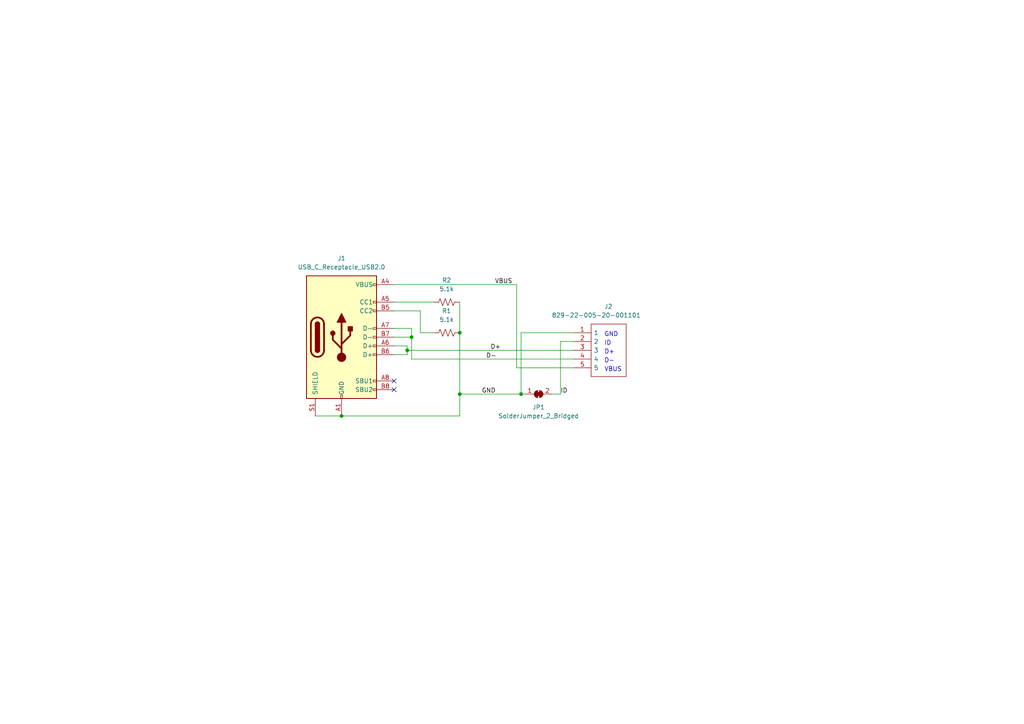
<source format=kicad_sch>
(kicad_sch (version 20211123) (generator eeschema)
  (paper "A4")
  (lib_symbols
    (symbol "829-22-005-20-001101 Pogo:829-22-005-20-001101" (pin_names (offset 0.762))
      (property "Reference" "J" (at 16.51 7.62 0))
      (property "Value" "829-22-005-20-001101" (at 16.51 5.08 0))
      (symbol "829-22-005-20-001101_0_0"
        (pin passive line (at 0 0 0) (length 5.08) (name "1") (number "1"))
        (pin passive line (at 0 -2.54 0) (length 5.08) (name "2") (number "2"))
        (pin passive line (at 0 -5.08 0) (length 5.08) (name "3") (number "3"))
        (pin passive line (at 0 -7.62 0) (length 5.08) (name "4") (number "4"))
        (pin passive line (at 0 -10.16 0) (length 5.08) (name "5") (number "5"))
      )
      (symbol "829-22-005-20-001101_0_1"
        (polyline (pts (xy 5.08 2.54) (xy 15.24 2.54) (xy 15.24 -12.7) (xy 5.08 -12.7) (xy 5.08 2.54)) (stroke (width 0.1524)))
      )
    )
    (symbol "Connector:USB_C_Receptacle_USB2.0" (pin_names (offset 1.016))
      (property "Reference" "J" (at -10.16 19.05 0))
      (property "Value" "USB_C_Receptacle_USB2.0" (at 19.05 19.05 0))
      (symbol "USB_C_Receptacle_USB2.0_0_0"
        (rectangle (start -0.254 -17.78) (end 0.254 -16.764))
        (rectangle (start 10.16 -14.986) (end 9.144 -15.494))
        (rectangle (start 10.16 -12.446) (end 9.144 -12.954))
        (rectangle (start 10.16 -4.826) (end 9.144 -5.334))
        (rectangle (start 10.16 -2.286) (end 9.144 -2.794))
        (rectangle (start 10.16 0.254) (end 9.144 -0.254))
        (rectangle (start 10.16 2.794) (end 9.144 2.286))
        (rectangle (start 10.16 7.874) (end 9.144 7.366))
        (rectangle (start 10.16 10.414) (end 9.144 9.906))
        (rectangle (start 10.16 15.494) (end 9.144 14.986))
      )
      (symbol "USB_C_Receptacle_USB2.0_0_1"
        (rectangle (start -10.16 17.78) (end 10.16 -17.78) (stroke (width 0.254)) (fill (type background)))
        (arc (start -8.89 -3.81) (mid -6.985 -5.715) (end -5.08 -3.81) (stroke (width 0.508)))
        (arc (start -7.62 -3.81) (mid -6.985 -4.445) (end -6.35 -3.81) (stroke (width 0.254)))
        (arc (start -7.62 -3.81) (mid -6.985 -4.445) (end -6.35 -3.81) (stroke (width 0.254)) (fill (type outline)))
        (rectangle (start -7.62 -3.81) (end -6.35 3.81) (stroke (width 0.254)) (fill (type outline)))
        (arc (start -6.35 3.81) (mid -6.985 4.445) (end -7.62 3.81) (stroke (width 0.254)))
        (arc (start -6.35 3.81) (mid -6.985 4.445) (end -7.62 3.81) (stroke (width 0.254)) (fill (type outline)))
        (arc (start -5.08 3.81) (mid -6.985 5.715) (end -8.89 3.81) (stroke (width 0.508)))
        (circle (center -2.54 1.143) (radius 0.635) (stroke (width 0.254)) (fill (type outline)))
        (circle (center 0 -5.842) (radius 1.27) (fill (type outline)))
        (polyline (pts (xy -8.89 -3.81) (xy -8.89 3.81)) (stroke (width 0.508)))
        (polyline (pts (xy -5.08 3.81) (xy -5.08 -3.81)) (stroke (width 0.508)))
        (polyline (pts (xy 0 -5.842) (xy 0 4.318)) (stroke (width 0.508)))
        (polyline (pts (xy 0 -3.302) (xy -2.54 -0.762) (xy -2.54 0.508)) (stroke (width 0.508)))
        (polyline (pts (xy 0 -2.032) (xy 2.54 0.508) (xy 2.54 1.778)) (stroke (width 0.508)))
        (polyline (pts (xy -1.27 4.318) (xy 0 6.858) (xy 1.27 4.318) (xy -1.27 4.318)) (stroke (width 0.254)) (fill (type outline)))
        (rectangle (start 1.905 1.778) (end 3.175 3.048) (stroke (width 0.254)) (fill (type outline)))
      )
      (symbol "USB_C_Receptacle_USB2.0_1_1"
        (pin passive line (at 0 -22.86 90) (length 5.08) (name "GND") (number "A1"))
        (pin passive line (at 0 -22.86 90) (length 5.08) hide (name "GND") (number "A12"))
        (pin passive line (at 15.24 15.24 180) (length 5.08) (name "VBUS") (number "A4"))
        (pin bidirectional line (at 15.24 10.16 180) (length 5.08) (name "CC1") (number "A5"))
        (pin bidirectional line (at 15.24 -2.54 180) (length 5.08) (name "D+") (number "A6"))
        (pin bidirectional line (at 15.24 2.54 180) (length 5.08) (name "D-") (number "A7"))
        (pin bidirectional line (at 15.24 -12.7 180) (length 5.08) (name "SBU1") (number "A8"))
        (pin passive line (at 15.24 15.24 180) (length 5.08) hide (name "VBUS") (number "A9"))
        (pin passive line (at 0 -22.86 90) (length 5.08) hide (name "GND") (number "B1"))
        (pin passive line (at 0 -22.86 90) (length 5.08) hide (name "GND") (number "B12"))
        (pin passive line (at 15.24 15.24 180) (length 5.08) hide (name "VBUS") (number "B4"))
        (pin bidirectional line (at 15.24 7.62 180) (length 5.08) (name "CC2") (number "B5"))
        (pin bidirectional line (at 15.24 -5.08 180) (length 5.08) (name "D+") (number "B6"))
        (pin bidirectional line (at 15.24 0 180) (length 5.08) (name "D-") (number "B7"))
        (pin bidirectional line (at 15.24 -15.24 180) (length 5.08) (name "SBU2") (number "B8"))
        (pin passive line (at 15.24 15.24 180) (length 5.08) hide (name "VBUS") (number "B9"))
        (pin passive line (at -7.62 -22.86 90) (length 5.08) (name "SHIELD") (number "S1"))
      )
    )
    (symbol "Device:R_US" (pin_numbers hide) (pin_names (offset 0))
      (property "Reference" "R" (at 2.54 0 90))
      (property "Value" "R_US" (at -2.54 0 90))
      (symbol "R_US_0_1"
        (polyline (pts (xy 0 -2.286) (xy 0 -2.54)))
        (polyline (pts (xy 0 2.286) (xy 0 2.54)))
        (polyline (pts (xy 0 -0.762) (xy 1.016 -1.143) (xy 0 -1.524) (xy -1.016 -1.905) (xy 0 -2.286)))
        (polyline (pts (xy 0 0.762) (xy 1.016 0.381) (xy 0 0) (xy -1.016 -0.381) (xy 0 -0.762)))
        (polyline (pts (xy 0 2.286) (xy 1.016 1.905) (xy 0 1.524) (xy -1.016 1.143) (xy 0 0.762)))
      )
      (symbol "R_US_1_1"
        (pin passive line (at 0 3.81 270) (length 1.27) (name "~") (number "1"))
        (pin passive line (at 0 -3.81 90) (length 1.27) (name "~") (number "2"))
      )
    )
    (symbol "Jumper:SolderJumper_2_Bridged" (pin_names (offset 0) hide)
      (property "Reference" "JP" (at 0 2.032 0))
      (property "Value" "SolderJumper_2_Bridged" (at 0 -2.54 0))
      (symbol "SolderJumper_2_Bridged_0_1"
        (rectangle (start -0.508 0.508) (end 0.508 -0.508) (fill (type outline)))
        (arc (start -0.254 1.016) (mid -1.27 0) (end -0.254 -1.016))
        (arc (start -0.254 1.016) (mid -1.27 0) (end -0.254 -1.016) (fill (type outline)))
        (polyline (pts (xy -0.254 1.016) (xy -0.254 -1.016)))
        (polyline (pts (xy 0.254 1.016) (xy 0.254 -1.016)))
        (arc (start 0.254 -1.016) (mid 1.27 0) (end 0.254 1.016))
        (arc (start 0.254 -1.016) (mid 1.27 0) (end 0.254 1.016) (fill (type outline)))
      )
      (symbol "SolderJumper_2_Bridged_1_1"
        (pin passive line (at -3.81 0 0) (length 2.54) (name "A") (number "1"))
        (pin passive line (at 3.81 0 180) (length 2.54) (name "B") (number "2"))
      )
    )
  )
  (junction (at 119.38 97.79))
  (junction (at 151.13 114.3))
  (junction (at 133.35 114.3))
  (junction (at 133.35 96.52))
  (junction (at 99.06 120.65))
  (junction (at 118.11 101.6))
  (no_connect (at 114.3 110.49))
  (no_connect (at 114.3 113.03))
  (wire (pts (xy 133.35 114.3) (xy 133.35 120.65)))
  (wire (pts (xy 133.35 87.63) (xy 133.35 96.52)))
  (wire (pts (xy 162.56 99.06) (xy 162.56 114.3)))
  (wire (pts (xy 151.13 114.3) (xy 152.4 114.3)))
  (wire (pts (xy 119.38 97.79) (xy 119.38 104.14)))
  (wire (pts (xy 133.35 96.52) (xy 133.35 114.3)))
  (wire (pts (xy 119.38 95.25) (xy 119.38 97.79)))
  (wire (pts (xy 121.92 90.17) (xy 121.92 96.52)))
  (wire (pts (xy 114.3 90.17) (xy 121.92 90.17)))
  (wire (pts (xy 160.02 114.3) (xy 162.56 114.3)))
  (wire (pts (xy 133.35 114.3) (xy 151.13 114.3)))
  (wire (pts (xy 119.38 104.14) (xy 166.37 104.14)))
  (wire (pts (xy 121.92 96.52) (xy 125.73 96.52)))
  (wire (pts (xy 99.06 120.65) (xy 133.35 120.65)))
  (wire (pts (xy 114.3 87.63) (xy 125.73 87.63)))
  (wire (pts (xy 114.3 100.33) (xy 118.11 100.33)))
  (wire (pts (xy 149.86 106.68) (xy 166.37 106.68)))
  (wire (pts (xy 118.11 101.6) (xy 166.37 101.6)))
  (wire (pts (xy 151.13 96.52) (xy 166.37 96.52)))
  (wire (pts (xy 114.3 95.25) (xy 119.38 95.25)))
  (wire (pts (xy 91.44 120.65) (xy 99.06 120.65)))
  (wire (pts (xy 114.3 97.79) (xy 119.38 97.79)))
  (wire (pts (xy 114.3 102.87) (xy 118.11 102.87)))
  (wire (pts (xy 118.11 102.87) (xy 118.11 101.6)))
  (wire (pts (xy 151.13 96.52) (xy 151.13 114.3)))
  (wire (pts (xy 149.86 82.55) (xy 149.86 106.68)))
  (wire (pts (xy 166.37 99.06) (xy 162.56 99.06)))
  (wire (pts (xy 118.11 100.33) (xy 118.11 101.6)))
  (wire (pts (xy 114.3 82.55) (xy 149.86 82.55)))
  (text "D+" (at 175.26 102.87 0) (effects (font (size 1.27 1.27)) (justify left bottom)))
  (text "VBUS" (at 175.26 107.95 0) (effects (font (size 1.27 1.27)) (justify left bottom)))
  (text "D-" (at 175.26 105.41 0) (effects (font (size 1.27 1.27)) (justify left bottom)))
  (text "GND" (at 175.26 97.79 0) (effects (font (size 1.27 1.27)) (justify left bottom)))
  (text "ID" (at 175.26 100.33 0) (effects (font (size 1.27 1.27)) (justify left bottom)))
  (label "ID" (at 162.56 114.3 0))
  (label "D+" (at 142.24 101.6 0))
  (label "GND" (at 139.7 114.3 0))
  (label "D-" (at 140.97 104.14 0))
  (label "VBUS" (at 143.51 82.55 0))
  (symbol (lib_id "Connector:USB_C_Receptacle_USB2.0") (at 99.06 97.79 0) (unit 1)
    (property "Reference" "J1" (at 99.06 74.93 0))
    (property "Value" "USB_C_Receptacle_USB2.0" (at 99.06 77.47 0))
    (property "Footprint" "Connector_USB:USB_C_Receptacle_JAE_DX07S016JA1R1500" (effects hide))
    (property "Datasheet" "https://www.usb.org/sites/default/files/documents/usb_type-c.zip" (effects hide))
  )
  (symbol (lib_id "Device:R_US") (at 129.54 96.52 270) (unit 1)
    (property "Reference" "R1" (at 129.54 90.17 90))
    (property "Value" "5.1k" (at 129.54 92.71 90))
    (property "Footprint" "Resistor_THT:R_Axial_DIN0207_L6.3mm_D2.5mm_P7.62mm_Horizontal" (effects hide))
  )
  (symbol (lib_id "Jumper:SolderJumper_2_Bridged") (at 156.21 114.3 0) (unit 1)
    (property "Reference" "JP1" (at 156.21 118.11 0))
    (property "Value" "SolderJumper_2_Bridged" (at 156.21 120.65 0))
    (property "Footprint" "Jumper:SolderJumper-2_P1.3mm_Bridged_RoundedPad1.0x1.5mm" (effects hide))
  )
  (symbol (lib_id "829-22-005-20-001101 Pogo:829-22-005-20-001101") (at 166.37 96.52 0) (unit 1)
    (property "Reference" "J2" (at 175.26 88.9 0) (effects (justify left)))
    (property "Value" "829-22-005-20-001101" (at 160.02 91.44 0) (effects (justify left)))
    (property "Footprint" "8292200520001101" (effects hide))
    (property "Datasheet" "https://www.arrow.com/en/products/829-22-005-20-001101/mill-max" (effects hide))
    (property "Description" "Headers & Wire Housings 5P 1R Thru-Hole R/A1.14mm MidStroke" (effects hide))
    (property "Height" "2.54" (effects hide))
    (property "Manufacturer_Name" "Mill-Max" (effects hide))
    (property "Manufacturer_Part_Number" "829-22-005-20-001101" (effects hide))
    (property "Mouser Part Number" "575-8292200520" (effects hide))
    (property "Mouser Price/Stock" "https://www.mouser.co.uk/ProductDetail/Mill-Max/829-22-005-20-001101?qs=2VJUL6J6vBvkHkdLjo7MiQ%3D%3D" (effects hide))
    (property "Arrow Part Number" "829-22-005-20-001101" (effects hide))
    (property "Arrow Price/Stock" "https://www.arrow.com/en/products/829-22-005-20-001101/mill-max" (effects hide))
  )
  (symbol (lib_id "Device:R_US") (at 129.54 87.63 270) (unit 1)
    (property "Reference" "R2" (at 129.54 81.28 90))
    (property "Value" "5.1k" (at 129.54 83.82 90))
    (property "Footprint" "Resistor_THT:R_Axial_DIN0207_L6.3mm_D2.5mm_P7.62mm_Horizontal" (effects hide))
  )
)
</source>
